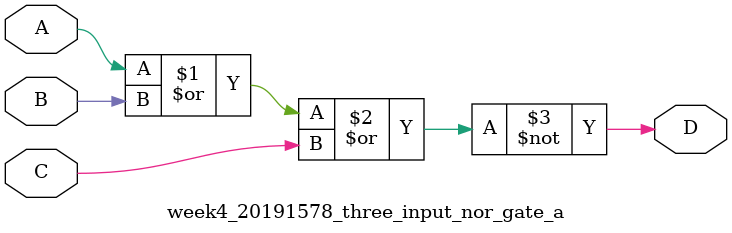
<source format=v>
`timescale 1ns / 1ps


module week4_20191578_three_input_nor_gate_a(
    input A,
    input B,
    input C,
    output D
    );
    assign D = ~(A|B|C);
endmodule

</source>
